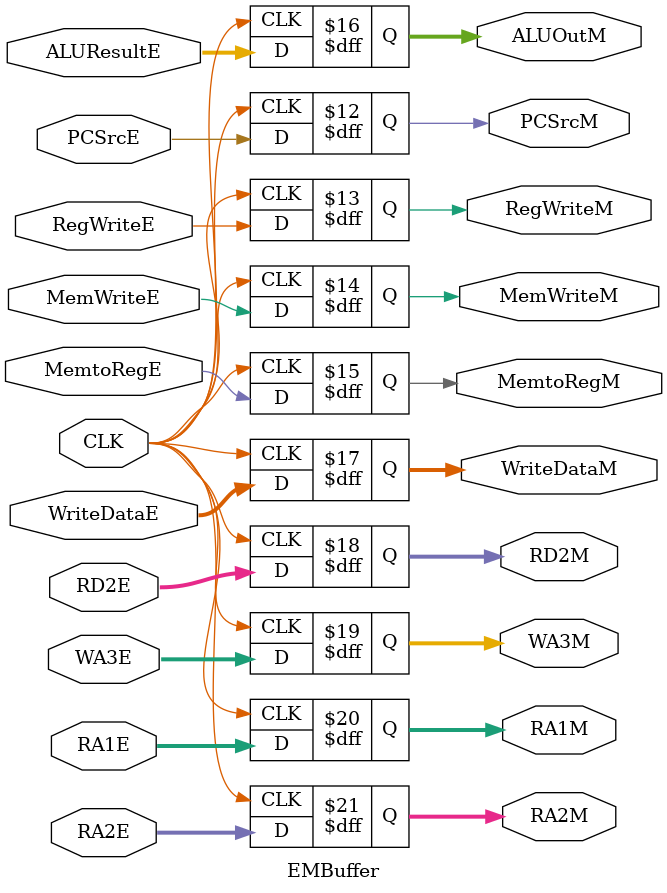
<source format=v>
`timescale 1ns / 1ps

module EMBuffer(
	input CLK,
	input PCSrcE,
	input RegWriteE,
	input MemWriteE,
	input MemtoRegE,
	input[31:0] ALUResultE,
	input[31:0] WriteDataE,
	input[31:0] RD2E,
	input[3:0] WA3E,
	input[3:0] RA1E,
	input[3:0] RA2E,
					
	output reg PCSrcM = 0,
	output reg RegWriteM = 0,
	output reg MemWriteM = 0,
	output reg MemtoRegM = 0,
	output reg [31:0] ALUOutM = 0,
	output reg [31:0] WriteDataM = 0,
	output reg [31:0] RD2M = 0,
	output reg [3:0] WA3M = 0,
	output reg [3:0] RA1M = 0,
	output reg [3:0] RA2M = 0
	);
	
	always@(posedge CLK) begin
	PCSrcM <= PCSrcE;
	RegWriteM <= RegWriteE;
	MemWriteM <= MemWriteE;
	MemtoRegM <= MemtoRegE;
	ALUOutM <= ALUResultE;
	WriteDataM <= WriteDataE;
	RD2M <= RD2E;
	WA3M <= WA3E;
	RA1M <= RA1E;
	RA2M <= RA2E;
	end
	
	endmodule
</source>
